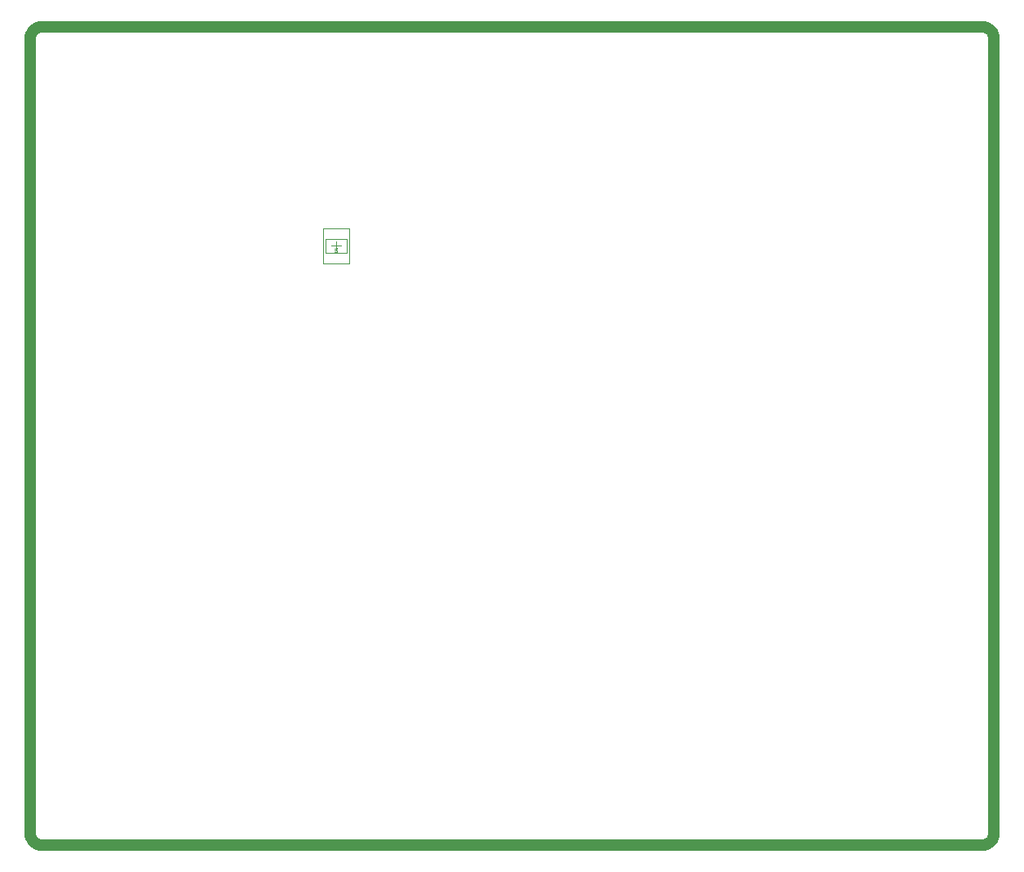
<source format=gko>
G04*
G04 #@! TF.GenerationSoftware,Altium Limited,Altium Designer,21.3.2 (30)*
G04*
G04 Layer_Color=16711935*
%FSLAX25Y25*%
%MOIN*%
G70*
G04*
G04 #@! TF.SameCoordinates,32D37CD9-B2DB-4459-BEB8-4619D630D6D0*
G04*
G04*
G04 #@! TF.FilePolarity,Positive*
G04*
G01*
G75*
%ADD17C,0.00197*%
%ADD18C,0.00394*%
%ADD39C,0.04724*%
D17*
X124319Y242500D02*
X125303D01*
X125500Y242697D01*
Y243090D01*
X125303Y243287D01*
X124319D01*
X125500Y243681D02*
Y244074D01*
Y243878D01*
X124319D01*
X124516Y243681D01*
X119685Y237913D02*
X130315D01*
X119685Y252087D02*
X130315D01*
X119685Y237913D02*
Y252087D01*
X130315Y237913D02*
Y252087D01*
D18*
X120768Y242244D02*
X129232D01*
X120768Y247756D02*
X129232D01*
X120768Y242244D02*
Y247756D01*
X129232Y242244D02*
Y247756D01*
X125000Y243032D02*
Y246969D01*
X123031Y245000D02*
X126969D01*
D39*
X5000Y334646D02*
X4025Y334550D01*
X3087Y334265D01*
X2222Y333803D01*
X1464Y333181D01*
X843Y332423D01*
X381Y331559D01*
X96Y330621D01*
X0Y329646D01*
X5000Y334646D02*
X4025Y334550D01*
X3087Y334265D01*
X2222Y333803D01*
X1464Y333181D01*
X843Y332423D01*
X381Y331559D01*
X96Y330621D01*
X0Y329646D01*
X393701D02*
X393605Y330621D01*
X393320Y331559D01*
X392858Y332423D01*
X392236Y333181D01*
X391479Y333803D01*
X390614Y334265D01*
X389676Y334550D01*
X388701Y334646D01*
Y0D02*
X389676Y96D01*
X390614Y381D01*
X391479Y843D01*
X392236Y1464D01*
X392858Y2222D01*
X393320Y3087D01*
X393605Y4025D01*
X393701Y5000D01*
X0D02*
X96Y4025D01*
X381Y3087D01*
X843Y2222D01*
X1464Y1464D01*
X2222Y843D01*
X3087Y381D01*
X4025Y96D01*
X5000Y0D01*
X0Y216535D02*
Y329646D01*
X5000Y334646D02*
X388701D01*
X393701Y5000D02*
Y329646D01*
X5000Y0D02*
X388701D01*
X0Y5000D02*
Y216535D01*
M02*

</source>
